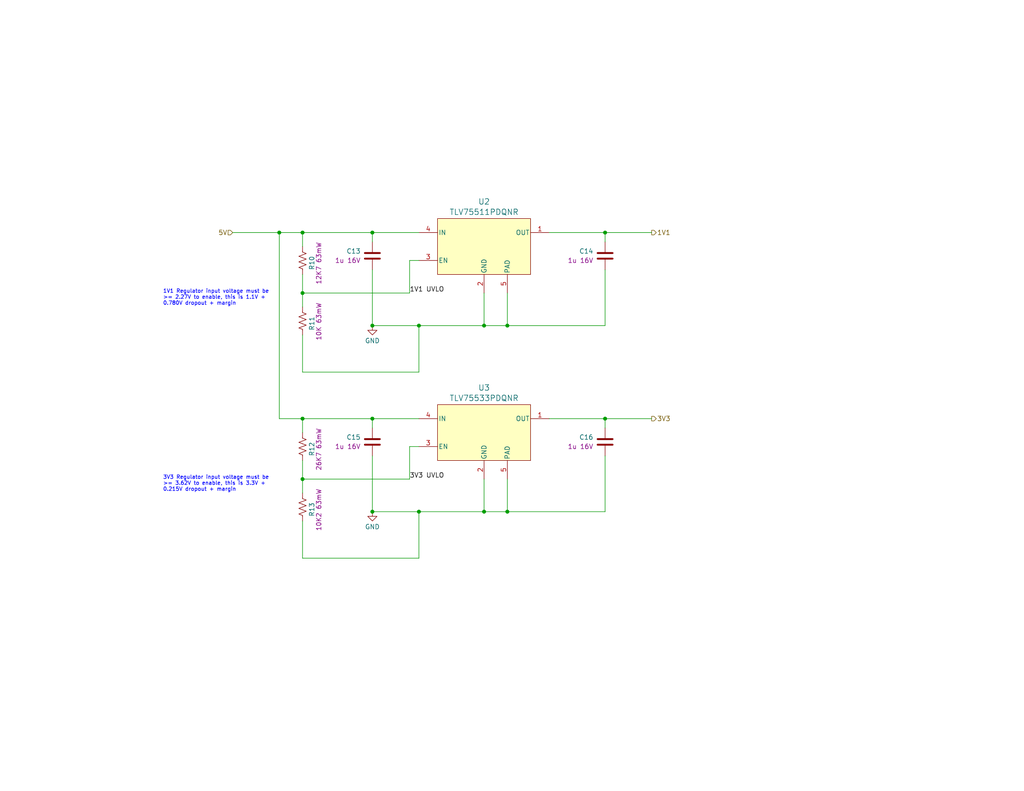
<source format=kicad_sch>
(kicad_sch
	(version 20250114)
	(generator "eeschema")
	(generator_version "9.0")
	(uuid "143e49f0-97db-4520-8c67-6e7abfe3d72c")
	(paper "USLetter")
	(title_block
		(title "1026 RPi Power Hat")
		(date "2025-04-11")
		(rev "1")
		(company "Dan Wilson")
		(comment 1 "Copyright © 2025 Dan Wilson")
		(comment 4 "Linear Regulators")
	)
	(lib_symbols
		(symbol "DW_Semiconductors:[U] TI LDO Regulator TLV75511PDQNR"
			(pin_names
				(offset 0.254)
			)
			(exclude_from_sim no)
			(in_bom yes)
			(on_board yes)
			(property "Reference" "U"
				(at 0 12.7 0)
				(effects
					(font
						(size 1.524 1.524)
					)
				)
			)
			(property "Value" "TLV75511PDQNR"
				(at 0 10.16 0)
				(effects
					(font
						(size 1.524 1.524)
					)
				)
			)
			(property "Footprint" "DW_Semiconductors:[U] TI LDO Regulator TLV755 DQN"
				(at 0 -21.59 0)
				(effects
					(font
						(size 1.27 1.27)
						(italic yes)
					)
					(hide yes)
				)
			)
			(property "Datasheet" "https://www.ti.com/lit/gpn/tlv755p"
				(at 0 -24.13 0)
				(effects
					(font
						(size 1.27 1.27)
						(italic yes)
					)
					(hide yes)
				)
			)
			(property "Description" "LDO Voltage Regulators 500-mA high-PSRR low -IQ low-dropout"
				(at 0 -29.21 0)
				(effects
					(font
						(size 1.27 1.27)
					)
					(hide yes)
				)
			)
			(property "Height" "0.4"
				(at 0 -26.67 0)
				(effects
					(font
						(size 1.27 1.27)
					)
					(hide yes)
				)
			)
			(property "Manufacturer_Name" "Texas Instruments"
				(at 0 -34.29 0)
				(effects
					(font
						(size 1.27 1.27)
					)
					(hide yes)
				)
			)
			(property "Manufacturer_Part_Number" "TLV75511PDQNR"
				(at 0 -31.75 0)
				(effects
					(font
						(size 1.27 1.27)
					)
					(hide yes)
				)
			)
			(property "Mouser Part Number" "595-TLV75511PDQNR"
				(at 0 -36.83 0)
				(effects
					(font
						(size 1.27 1.27)
					)
					(hide yes)
				)
			)
			(property "Mouser Price/Stock" "https://www.mouser.com/ProductDetail/Texas-Instruments/TLV75511PDQNR?qs=w%2Fv1CP2dgqp0zobivtVyXQ%3D%3D"
				(at 0 -39.37 0)
				(effects
					(font
						(size 1.27 1.27)
					)
					(hide yes)
				)
			)
			(property "Spec" "0.5A 1.1V Output LDO"
				(at 0 -41.91 0)
				(effects
					(font
						(size 1.27 1.27)
					)
					(hide yes)
				)
			)
			(property "ki_keywords" "LDO Voltage Regulators 500-mA high-PSRR low -IQ low-dropout"
				(at 0 0 0)
				(effects
					(font
						(size 1.27 1.27)
					)
					(hide yes)
				)
			)
			(property "ki_fp_filters" "DQN0004A"
				(at 0 0 0)
				(effects
					(font
						(size 1.27 1.27)
					)
					(hide yes)
				)
			)
			(symbol "[U] TI LDO Regulator TLV75511PDQNR_0_1"
				(pin passive line
					(at -17.78 3.81 0)
					(length 5.08)
					(name "IN"
						(effects
							(font
								(size 1.27 1.27)
							)
						)
					)
					(number "4"
						(effects
							(font
								(size 1.27 1.27)
							)
						)
					)
				)
				(pin passive line
					(at -17.78 -3.81 0)
					(length 5.08)
					(name "EN"
						(effects
							(font
								(size 1.27 1.27)
							)
						)
					)
					(number "3"
						(effects
							(font
								(size 1.27 1.27)
							)
						)
					)
				)
				(pin passive line
					(at 0 -12.7 90)
					(length 5.08)
					(name "GND"
						(effects
							(font
								(size 1.27 1.27)
							)
						)
					)
					(number "2"
						(effects
							(font
								(size 1.27 1.27)
							)
						)
					)
				)
				(pin passive line
					(at 6.35 -12.7 90)
					(length 5.08)
					(name "PAD"
						(effects
							(font
								(size 1.27 1.27)
							)
						)
					)
					(number "5"
						(effects
							(font
								(size 1.27 1.27)
							)
						)
					)
				)
				(pin passive line
					(at 17.78 3.81 180)
					(length 5.08)
					(name "OUT"
						(effects
							(font
								(size 1.27 1.27)
							)
						)
					)
					(number "1"
						(effects
							(font
								(size 1.27 1.27)
							)
						)
					)
				)
			)
			(symbol "[U] TI LDO Regulator TLV75511PDQNR_1_1"
				(rectangle
					(start -12.7 7.62)
					(end 12.7 -7.62)
					(stroke
						(width 0)
						(type solid)
					)
					(fill
						(type background)
					)
				)
			)
			(embedded_fonts no)
		)
		(symbol "DW_Semiconductors:[U] TI LDO Regulator TLV75533PDQNR"
			(pin_names
				(offset 0.254)
			)
			(exclude_from_sim no)
			(in_bom yes)
			(on_board yes)
			(property "Reference" "U"
				(at 0 12.7 0)
				(effects
					(font
						(size 1.524 1.524)
					)
				)
			)
			(property "Value" "TLV75533PDQNR"
				(at 0 10.16 0)
				(effects
					(font
						(size 1.524 1.524)
					)
				)
			)
			(property "Footprint" "DW_Semiconductors:[U] TI LDO Regulator TLV755 DQN"
				(at 0 -21.59 0)
				(effects
					(font
						(size 1.27 1.27)
						(italic yes)
					)
					(hide yes)
				)
			)
			(property "Datasheet" "https://www.ti.com/lit/gpn/tlv755p"
				(at 0 -24.13 0)
				(effects
					(font
						(size 1.27 1.27)
						(italic yes)
					)
					(hide yes)
				)
			)
			(property "Description" "LDO Voltage Regulators 500-mA high-PSRR low -IQ low-dropout"
				(at 0 -29.21 0)
				(effects
					(font
						(size 1.27 1.27)
					)
					(hide yes)
				)
			)
			(property "Height" "0.4"
				(at 0 -26.67 0)
				(effects
					(font
						(size 1.27 1.27)
					)
					(hide yes)
				)
			)
			(property "Manufacturer_Name" "Texas Instruments"
				(at 0 -34.29 0)
				(effects
					(font
						(size 1.27 1.27)
					)
					(hide yes)
				)
			)
			(property "Manufacturer_Part_Number" "TLV75533PDQNR"
				(at 0 -31.75 0)
				(effects
					(font
						(size 1.27 1.27)
					)
					(hide yes)
				)
			)
			(property "Mouser Part Number" "595-TLV75533PDQNR"
				(at 0 -36.83 0)
				(effects
					(font
						(size 1.27 1.27)
					)
					(hide yes)
				)
			)
			(property "Mouser Price/Stock" "https://www.mouser.com/ProductDetail/Texas-Instruments/TLV75533PDQNR?qs=55YtniHzbhD4SvMoS6ilhA%3D%3D"
				(at 0 -39.37 0)
				(effects
					(font
						(size 1.27 1.27)
					)
					(hide yes)
				)
			)
			(property "Spec" "0.5A 3.3V Output LDO"
				(at 0 -41.91 0)
				(effects
					(font
						(size 1.27 1.27)
					)
					(hide yes)
				)
			)
			(property "ki_keywords" "LDO Voltage Regulators 500-mA high-PSRR low -IQ low-dropout"
				(at 0 0 0)
				(effects
					(font
						(size 1.27 1.27)
					)
					(hide yes)
				)
			)
			(property "ki_fp_filters" "DQN0004A"
				(at 0 0 0)
				(effects
					(font
						(size 1.27 1.27)
					)
					(hide yes)
				)
			)
			(symbol "[U] TI LDO Regulator TLV75533PDQNR_0_1"
				(pin passive line
					(at -17.78 3.81 0)
					(length 5.08)
					(name "IN"
						(effects
							(font
								(size 1.27 1.27)
							)
						)
					)
					(number "4"
						(effects
							(font
								(size 1.27 1.27)
							)
						)
					)
				)
				(pin passive line
					(at -17.78 -3.81 0)
					(length 5.08)
					(name "EN"
						(effects
							(font
								(size 1.27 1.27)
							)
						)
					)
					(number "3"
						(effects
							(font
								(size 1.27 1.27)
							)
						)
					)
				)
				(pin passive line
					(at 0 -12.7 90)
					(length 5.08)
					(name "GND"
						(effects
							(font
								(size 1.27 1.27)
							)
						)
					)
					(number "2"
						(effects
							(font
								(size 1.27 1.27)
							)
						)
					)
				)
				(pin passive line
					(at 6.35 -12.7 90)
					(length 5.08)
					(name "PAD"
						(effects
							(font
								(size 1.27 1.27)
							)
						)
					)
					(number "5"
						(effects
							(font
								(size 1.27 1.27)
							)
						)
					)
				)
				(pin passive line
					(at 17.78 3.81 180)
					(length 5.08)
					(name "OUT"
						(effects
							(font
								(size 1.27 1.27)
							)
						)
					)
					(number "1"
						(effects
							(font
								(size 1.27 1.27)
							)
						)
					)
				)
			)
			(symbol "[U] TI LDO Regulator TLV75533PDQNR_1_1"
				(rectangle
					(start -12.7 7.62)
					(end 12.7 -7.62)
					(stroke
						(width 0)
						(type solid)
					)
					(fill
						(type background)
					)
				)
			)
			(embedded_fonts no)
		)
		(symbol "Device:C"
			(pin_numbers
				(hide yes)
			)
			(pin_names
				(offset 0.254)
			)
			(exclude_from_sim no)
			(in_bom yes)
			(on_board yes)
			(property "Reference" "C"
				(at 0.635 2.54 0)
				(effects
					(font
						(size 1.27 1.27)
					)
					(justify left)
				)
			)
			(property "Value" "C"
				(at 0.635 -2.54 0)
				(effects
					(font
						(size 1.27 1.27)
					)
					(justify left)
				)
			)
			(property "Footprint" ""
				(at 0.9652 -3.81 0)
				(effects
					(font
						(size 1.27 1.27)
					)
					(hide yes)
				)
			)
			(property "Datasheet" "~"
				(at 0 0 0)
				(effects
					(font
						(size 1.27 1.27)
					)
					(hide yes)
				)
			)
			(property "Description" "Unpolarized capacitor"
				(at 0 0 0)
				(effects
					(font
						(size 1.27 1.27)
					)
					(hide yes)
				)
			)
			(property "ki_keywords" "cap capacitor"
				(at 0 0 0)
				(effects
					(font
						(size 1.27 1.27)
					)
					(hide yes)
				)
			)
			(property "ki_fp_filters" "C_*"
				(at 0 0 0)
				(effects
					(font
						(size 1.27 1.27)
					)
					(hide yes)
				)
			)
			(symbol "C_0_1"
				(polyline
					(pts
						(xy -2.032 0.762) (xy 2.032 0.762)
					)
					(stroke
						(width 0.508)
						(type default)
					)
					(fill
						(type none)
					)
				)
				(polyline
					(pts
						(xy -2.032 -0.762) (xy 2.032 -0.762)
					)
					(stroke
						(width 0.508)
						(type default)
					)
					(fill
						(type none)
					)
				)
			)
			(symbol "C_1_1"
				(pin passive line
					(at 0 3.81 270)
					(length 2.794)
					(name "~"
						(effects
							(font
								(size 1.27 1.27)
							)
						)
					)
					(number "1"
						(effects
							(font
								(size 1.27 1.27)
							)
						)
					)
				)
				(pin passive line
					(at 0 -3.81 90)
					(length 2.794)
					(name "~"
						(effects
							(font
								(size 1.27 1.27)
							)
						)
					)
					(number "2"
						(effects
							(font
								(size 1.27 1.27)
							)
						)
					)
				)
			)
			(embedded_fonts no)
		)
		(symbol "Device:R_US"
			(pin_numbers
				(hide yes)
			)
			(pin_names
				(offset 0)
			)
			(exclude_from_sim no)
			(in_bom yes)
			(on_board yes)
			(property "Reference" "R"
				(at 2.54 0 90)
				(effects
					(font
						(size 1.27 1.27)
					)
				)
			)
			(property "Value" "R_US"
				(at -2.54 0 90)
				(effects
					(font
						(size 1.27 1.27)
					)
				)
			)
			(property "Footprint" ""
				(at 1.016 -0.254 90)
				(effects
					(font
						(size 1.27 1.27)
					)
					(hide yes)
				)
			)
			(property "Datasheet" "~"
				(at 0 0 0)
				(effects
					(font
						(size 1.27 1.27)
					)
					(hide yes)
				)
			)
			(property "Description" "Resistor, US symbol"
				(at 0 0 0)
				(effects
					(font
						(size 1.27 1.27)
					)
					(hide yes)
				)
			)
			(property "ki_keywords" "R res resistor"
				(at 0 0 0)
				(effects
					(font
						(size 1.27 1.27)
					)
					(hide yes)
				)
			)
			(property "ki_fp_filters" "R_*"
				(at 0 0 0)
				(effects
					(font
						(size 1.27 1.27)
					)
					(hide yes)
				)
			)
			(symbol "R_US_0_1"
				(polyline
					(pts
						(xy 0 2.286) (xy 0 2.54)
					)
					(stroke
						(width 0)
						(type default)
					)
					(fill
						(type none)
					)
				)
				(polyline
					(pts
						(xy 0 2.286) (xy 1.016 1.905) (xy 0 1.524) (xy -1.016 1.143) (xy 0 0.762)
					)
					(stroke
						(width 0)
						(type default)
					)
					(fill
						(type none)
					)
				)
				(polyline
					(pts
						(xy 0 0.762) (xy 1.016 0.381) (xy 0 0) (xy -1.016 -0.381) (xy 0 -0.762)
					)
					(stroke
						(width 0)
						(type default)
					)
					(fill
						(type none)
					)
				)
				(polyline
					(pts
						(xy 0 -0.762) (xy 1.016 -1.143) (xy 0 -1.524) (xy -1.016 -1.905) (xy 0 -2.286)
					)
					(stroke
						(width 0)
						(type default)
					)
					(fill
						(type none)
					)
				)
				(polyline
					(pts
						(xy 0 -2.286) (xy 0 -2.54)
					)
					(stroke
						(width 0)
						(type default)
					)
					(fill
						(type none)
					)
				)
			)
			(symbol "R_US_1_1"
				(pin passive line
					(at 0 3.81 270)
					(length 1.27)
					(name "~"
						(effects
							(font
								(size 1.27 1.27)
							)
						)
					)
					(number "1"
						(effects
							(font
								(size 1.27 1.27)
							)
						)
					)
				)
				(pin passive line
					(at 0 -3.81 90)
					(length 1.27)
					(name "~"
						(effects
							(font
								(size 1.27 1.27)
							)
						)
					)
					(number "2"
						(effects
							(font
								(size 1.27 1.27)
							)
						)
					)
				)
			)
			(embedded_fonts no)
		)
		(symbol "power:GND"
			(power)
			(pin_numbers
				(hide yes)
			)
			(pin_names
				(offset 0)
				(hide yes)
			)
			(exclude_from_sim no)
			(in_bom yes)
			(on_board yes)
			(property "Reference" "#PWR"
				(at 0 -6.35 0)
				(effects
					(font
						(size 1.27 1.27)
					)
					(hide yes)
				)
			)
			(property "Value" "GND"
				(at 0 -3.81 0)
				(effects
					(font
						(size 1.27 1.27)
					)
				)
			)
			(property "Footprint" ""
				(at 0 0 0)
				(effects
					(font
						(size 1.27 1.27)
					)
					(hide yes)
				)
			)
			(property "Datasheet" ""
				(at 0 0 0)
				(effects
					(font
						(size 1.27 1.27)
					)
					(hide yes)
				)
			)
			(property "Description" "Power symbol creates a global label with name \"GND\" , ground"
				(at 0 0 0)
				(effects
					(font
						(size 1.27 1.27)
					)
					(hide yes)
				)
			)
			(property "ki_keywords" "global power"
				(at 0 0 0)
				(effects
					(font
						(size 1.27 1.27)
					)
					(hide yes)
				)
			)
			(symbol "GND_0_1"
				(polyline
					(pts
						(xy 0 0) (xy 0 -1.27) (xy 1.27 -1.27) (xy 0 -2.54) (xy -1.27 -1.27) (xy 0 -1.27)
					)
					(stroke
						(width 0)
						(type default)
					)
					(fill
						(type none)
					)
				)
			)
			(symbol "GND_1_1"
				(pin power_in line
					(at 0 0 270)
					(length 0)
					(name "~"
						(effects
							(font
								(size 1.27 1.27)
							)
						)
					)
					(number "1"
						(effects
							(font
								(size 1.27 1.27)
							)
						)
					)
				)
			)
			(embedded_fonts no)
		)
	)
	(text "3V3 Regulator input voltage must be\n>= 3.62V to enable, this is 3.3V +\n0.215V dropout + margin"
		(exclude_from_sim no)
		(at 44.45 132.08 0)
		(effects
			(font
				(size 1.016 1.016)
				(color 0 0 255 1)
			)
			(justify left)
		)
		(uuid "07f62543-aebf-45e6-b308-e106dd6fdeaa")
	)
	(text "1V1 Regulator input voltage must be\n>= 2.27V to enable, this is 1.1V +\n0.780V dropout + margin"
		(exclude_from_sim no)
		(at 44.45 81.28 0)
		(effects
			(font
				(size 1.016 1.016)
				(color 0 0 255 1)
			)
			(justify left)
		)
		(uuid "3da4c37a-7f88-4df4-8e40-d41c63407ddd")
	)
	(junction
		(at 132.08 139.7)
		(diameter 0)
		(color 0 0 0 0)
		(uuid "188bdf67-a9db-4273-ac3a-3f38b7812859")
	)
	(junction
		(at 101.6 63.5)
		(diameter 0)
		(color 0 0 0 0)
		(uuid "224c9397-47fe-46b8-86a1-04e26024b0c4")
	)
	(junction
		(at 82.55 63.5)
		(diameter 0)
		(color 0 0 0 0)
		(uuid "3a8dcdc6-7e99-440d-b93b-2b1c937414fb")
	)
	(junction
		(at 82.55 80.01)
		(diameter 0)
		(color 0 0 0 0)
		(uuid "66f70923-31c8-40d0-88e2-38d387d6eac2")
	)
	(junction
		(at 101.6 114.3)
		(diameter 0)
		(color 0 0 0 0)
		(uuid "77cdf6b2-b43c-4fe5-a3e3-b3105a25c915")
	)
	(junction
		(at 114.3 139.7)
		(diameter 0)
		(color 0 0 0 0)
		(uuid "99f059ef-137d-48f8-98bb-0a8a7a7ffa76")
	)
	(junction
		(at 101.6 139.7)
		(diameter 0)
		(color 0 0 0 0)
		(uuid "a2e775a2-5a0f-4041-ab2f-d1d9cf8499d3")
	)
	(junction
		(at 138.43 88.9)
		(diameter 0)
		(color 0 0 0 0)
		(uuid "a407de4b-d34a-4365-a02b-1482f1143f18")
	)
	(junction
		(at 165.1 63.5)
		(diameter 0)
		(color 0 0 0 0)
		(uuid "af54280b-c22c-4040-b774-e3a3f658f914")
	)
	(junction
		(at 82.55 114.3)
		(diameter 0)
		(color 0 0 0 0)
		(uuid "be344837-c72b-493b-88d1-c8fd9136700e")
	)
	(junction
		(at 82.55 130.81)
		(diameter 0)
		(color 0 0 0 0)
		(uuid "bf1f0373-db0d-4b44-bd3a-87a1543d2aef")
	)
	(junction
		(at 76.2 63.5)
		(diameter 0)
		(color 0 0 0 0)
		(uuid "ca014300-2f04-4958-8be4-92c488db81e6")
	)
	(junction
		(at 132.08 88.9)
		(diameter 0)
		(color 0 0 0 0)
		(uuid "cc73a715-2339-439c-8aa9-b06c6b6be3c6")
	)
	(junction
		(at 165.1 114.3)
		(diameter 0)
		(color 0 0 0 0)
		(uuid "d6172caa-fdea-4c47-a90d-724ac5cbf072")
	)
	(junction
		(at 101.6 88.9)
		(diameter 0)
		(color 0 0 0 0)
		(uuid "de58b687-ca5c-4525-bf8b-b0c9b792ddd5")
	)
	(junction
		(at 114.3 88.9)
		(diameter 0)
		(color 0 0 0 0)
		(uuid "dfe5c9bb-e0ae-4b73-8314-d8fcd7e5f3d4")
	)
	(junction
		(at 138.43 139.7)
		(diameter 0)
		(color 0 0 0 0)
		(uuid "e4ffd7d3-8c30-4bb8-a377-2ac0b0239939")
	)
	(wire
		(pts
			(xy 111.76 80.01) (xy 111.76 71.12)
		)
		(stroke
			(width 0)
			(type default)
		)
		(uuid "0280f0c7-75b0-4998-80db-a0fa24637c49")
	)
	(wire
		(pts
			(xy 82.55 80.01) (xy 111.76 80.01)
		)
		(stroke
			(width 0)
			(type default)
		)
		(uuid "0f321f6a-328c-4340-b973-c0cd5ddab7c6")
	)
	(wire
		(pts
			(xy 82.55 142.24) (xy 82.55 152.4)
		)
		(stroke
			(width 0)
			(type default)
		)
		(uuid "13a201e4-078b-4c92-9ddf-ddd4f81bec2e")
	)
	(wire
		(pts
			(xy 138.43 139.7) (xy 138.43 130.81)
		)
		(stroke
			(width 0)
			(type default)
		)
		(uuid "15d8b87e-f5ea-4bf8-ad62-cfe46dfd4ba6")
	)
	(wire
		(pts
			(xy 165.1 63.5) (xy 177.8 63.5)
		)
		(stroke
			(width 0)
			(type default)
		)
		(uuid "16611115-c6f6-4583-90f3-3c5dd8db3e42")
	)
	(wire
		(pts
			(xy 82.55 125.73) (xy 82.55 130.81)
		)
		(stroke
			(width 0)
			(type default)
		)
		(uuid "271967e4-fd1e-47f8-b79c-5e255b09ee08")
	)
	(wire
		(pts
			(xy 76.2 63.5) (xy 82.55 63.5)
		)
		(stroke
			(width 0)
			(type default)
		)
		(uuid "2c0e5688-f752-4d37-8f1a-8bc1fee13a8a")
	)
	(wire
		(pts
			(xy 82.55 63.5) (xy 82.55 67.31)
		)
		(stroke
			(width 0)
			(type default)
		)
		(uuid "30eadb42-f977-42c0-874b-bbb387531f9b")
	)
	(wire
		(pts
			(xy 138.43 139.7) (xy 165.1 139.7)
		)
		(stroke
			(width 0)
			(type default)
		)
		(uuid "3869db0c-8a77-4606-9473-ccf0073977cf")
	)
	(wire
		(pts
			(xy 132.08 88.9) (xy 132.08 80.01)
		)
		(stroke
			(width 0)
			(type default)
		)
		(uuid "3e130fb3-dbdb-4043-97ac-8d6640fcc61d")
	)
	(wire
		(pts
			(xy 111.76 130.81) (xy 111.76 121.92)
		)
		(stroke
			(width 0)
			(type default)
		)
		(uuid "3f57baf9-6b7a-4dc7-baf5-37a2fe36b7c8")
	)
	(wire
		(pts
			(xy 149.86 63.5) (xy 165.1 63.5)
		)
		(stroke
			(width 0)
			(type default)
		)
		(uuid "40adf111-1925-4d78-b101-4c9947ec3301")
	)
	(wire
		(pts
			(xy 132.08 88.9) (xy 138.43 88.9)
		)
		(stroke
			(width 0)
			(type default)
		)
		(uuid "47ba1d9e-13c8-4d6f-b5f0-52d290d332df")
	)
	(wire
		(pts
			(xy 82.55 101.6) (xy 114.3 101.6)
		)
		(stroke
			(width 0)
			(type default)
		)
		(uuid "5539b20d-4dd5-454b-b2d4-311a4aa04a51")
	)
	(wire
		(pts
			(xy 101.6 63.5) (xy 101.6 66.04)
		)
		(stroke
			(width 0)
			(type default)
		)
		(uuid "55bdbcb4-1768-4097-a7a3-81562c6a3a1e")
	)
	(wire
		(pts
			(xy 63.5 63.5) (xy 76.2 63.5)
		)
		(stroke
			(width 0)
			(type default)
		)
		(uuid "56539e4c-00a2-4d1c-87db-7677de7b46f1")
	)
	(wire
		(pts
			(xy 101.6 124.46) (xy 101.6 139.7)
		)
		(stroke
			(width 0)
			(type default)
		)
		(uuid "568764a0-9240-44de-b8f0-74e4b6a6c2cd")
	)
	(wire
		(pts
			(xy 82.55 152.4) (xy 114.3 152.4)
		)
		(stroke
			(width 0)
			(type default)
		)
		(uuid "5a5f037c-3a9b-4978-8267-8ba294eb16d9")
	)
	(wire
		(pts
			(xy 138.43 88.9) (xy 165.1 88.9)
		)
		(stroke
			(width 0)
			(type default)
		)
		(uuid "5d2a1432-bce2-407c-b39d-e1e56149935d")
	)
	(wire
		(pts
			(xy 101.6 139.7) (xy 114.3 139.7)
		)
		(stroke
			(width 0)
			(type default)
		)
		(uuid "5de67bb9-94e2-43e4-be3b-72713d7a1409")
	)
	(wire
		(pts
			(xy 101.6 63.5) (xy 114.3 63.5)
		)
		(stroke
			(width 0)
			(type default)
		)
		(uuid "5df2c560-38de-4341-aa6b-13730e03c50b")
	)
	(wire
		(pts
			(xy 114.3 139.7) (xy 132.08 139.7)
		)
		(stroke
			(width 0)
			(type default)
		)
		(uuid "620ec7aa-8957-4e58-8d43-9177565afb9f")
	)
	(wire
		(pts
			(xy 101.6 114.3) (xy 101.6 116.84)
		)
		(stroke
			(width 0)
			(type default)
		)
		(uuid "6a8832e4-13ac-4574-8872-23715f7291e6")
	)
	(wire
		(pts
			(xy 165.1 139.7) (xy 165.1 124.46)
		)
		(stroke
			(width 0)
			(type default)
		)
		(uuid "78101026-38e1-4fc3-92d8-ca6e5878f9ec")
	)
	(wire
		(pts
			(xy 111.76 121.92) (xy 114.3 121.92)
		)
		(stroke
			(width 0)
			(type default)
		)
		(uuid "7c8682c8-c5ca-431b-8555-982c3f617aa6")
	)
	(wire
		(pts
			(xy 82.55 130.81) (xy 111.76 130.81)
		)
		(stroke
			(width 0)
			(type default)
		)
		(uuid "8707851b-600a-4e71-a51b-c50d32a9b55e")
	)
	(wire
		(pts
			(xy 82.55 74.93) (xy 82.55 80.01)
		)
		(stroke
			(width 0)
			(type default)
		)
		(uuid "8830e8ee-d24b-4e8b-ac09-b905183083b2")
	)
	(wire
		(pts
			(xy 138.43 88.9) (xy 138.43 80.01)
		)
		(stroke
			(width 0)
			(type default)
		)
		(uuid "9044fe97-4d6f-40e9-b776-ec8a0e5e5702")
	)
	(wire
		(pts
			(xy 101.6 88.9) (xy 114.3 88.9)
		)
		(stroke
			(width 0)
			(type default)
		)
		(uuid "967b3ca8-bea9-47f9-92e9-5cf9ce5f7d7a")
	)
	(wire
		(pts
			(xy 82.55 91.44) (xy 82.55 101.6)
		)
		(stroke
			(width 0)
			(type default)
		)
		(uuid "9797e979-3877-4e0b-9ffc-b44f4617b5a9")
	)
	(wire
		(pts
			(xy 165.1 114.3) (xy 165.1 116.84)
		)
		(stroke
			(width 0)
			(type default)
		)
		(uuid "9ea89a52-26b3-4a40-b1a0-e6b9ba8fa6d9")
	)
	(wire
		(pts
			(xy 111.76 71.12) (xy 114.3 71.12)
		)
		(stroke
			(width 0)
			(type default)
		)
		(uuid "9f46e7ec-6954-4542-aeb4-8682e47d6daa")
	)
	(wire
		(pts
			(xy 149.86 114.3) (xy 165.1 114.3)
		)
		(stroke
			(width 0)
			(type default)
		)
		(uuid "a5d37dcb-518a-444c-a458-edf78bc4647c")
	)
	(wire
		(pts
			(xy 132.08 139.7) (xy 132.08 130.81)
		)
		(stroke
			(width 0)
			(type default)
		)
		(uuid "a80170f2-7dbd-493b-97bb-361cf7e44c9c")
	)
	(wire
		(pts
			(xy 132.08 139.7) (xy 138.43 139.7)
		)
		(stroke
			(width 0)
			(type default)
		)
		(uuid "a93308ae-86c6-4e5f-862e-39fe0e9914d3")
	)
	(wire
		(pts
			(xy 76.2 114.3) (xy 82.55 114.3)
		)
		(stroke
			(width 0)
			(type default)
		)
		(uuid "afc26aff-acb3-4aad-b4c8-9de0ad396451")
	)
	(wire
		(pts
			(xy 82.55 130.81) (xy 82.55 134.62)
		)
		(stroke
			(width 0)
			(type default)
		)
		(uuid "afcc969e-ef71-4e52-91c8-d0d9c393530e")
	)
	(wire
		(pts
			(xy 165.1 63.5) (xy 165.1 66.04)
		)
		(stroke
			(width 0)
			(type default)
		)
		(uuid "b7e661e8-3dbf-4791-adca-cf3ebfd26c97")
	)
	(wire
		(pts
			(xy 114.3 101.6) (xy 114.3 88.9)
		)
		(stroke
			(width 0)
			(type default)
		)
		(uuid "b98efc01-9ac0-4633-898e-9cba4166598d")
	)
	(wire
		(pts
			(xy 114.3 88.9) (xy 132.08 88.9)
		)
		(stroke
			(width 0)
			(type default)
		)
		(uuid "c5520f48-4fdf-4c0d-86e0-52ef13ad07a5")
	)
	(wire
		(pts
			(xy 82.55 114.3) (xy 101.6 114.3)
		)
		(stroke
			(width 0)
			(type default)
		)
		(uuid "c90bd4f3-1234-48ac-8ab9-b91b628b6039")
	)
	(wire
		(pts
			(xy 114.3 152.4) (xy 114.3 139.7)
		)
		(stroke
			(width 0)
			(type default)
		)
		(uuid "d75ea564-8a18-4303-8989-54d8de38ca25")
	)
	(wire
		(pts
			(xy 82.55 80.01) (xy 82.55 83.82)
		)
		(stroke
			(width 0)
			(type default)
		)
		(uuid "dd30f673-9997-40c1-9114-051363ca865c")
	)
	(wire
		(pts
			(xy 165.1 88.9) (xy 165.1 73.66)
		)
		(stroke
			(width 0)
			(type default)
		)
		(uuid "e0b46723-16c4-4da0-b18d-646816bf0ab2")
	)
	(wire
		(pts
			(xy 165.1 114.3) (xy 177.8 114.3)
		)
		(stroke
			(width 0)
			(type default)
		)
		(uuid "e74b1493-04b6-4a37-bdfb-188e05574889")
	)
	(wire
		(pts
			(xy 82.55 63.5) (xy 101.6 63.5)
		)
		(stroke
			(width 0)
			(type default)
		)
		(uuid "ef54426b-be24-4cbc-820c-aad33062d870")
	)
	(wire
		(pts
			(xy 82.55 114.3) (xy 82.55 118.11)
		)
		(stroke
			(width 0)
			(type default)
		)
		(uuid "efd65401-e550-4574-9eca-b099d2f9685c")
	)
	(wire
		(pts
			(xy 76.2 63.5) (xy 76.2 114.3)
		)
		(stroke
			(width 0)
			(type default)
		)
		(uuid "f00d218e-bd58-4d66-b3a6-70aeb516c4ec")
	)
	(wire
		(pts
			(xy 101.6 114.3) (xy 114.3 114.3)
		)
		(stroke
			(width 0)
			(type default)
		)
		(uuid "f59de643-8f44-4f91-8839-c5878407b061")
	)
	(wire
		(pts
			(xy 101.6 73.66) (xy 101.6 88.9)
		)
		(stroke
			(width 0)
			(type default)
		)
		(uuid "f5d6033b-8a91-47d1-8138-030a9454192c")
	)
	(label "3V3 UVLO"
		(at 111.76 130.81 0)
		(effects
			(font
				(size 1.27 1.27)
			)
			(justify left bottom)
		)
		(uuid "1ad1cc3e-7db5-4213-aa90-8bf1ec09c12c")
	)
	(label "1V1 UVLO"
		(at 111.76 80.01 0)
		(effects
			(font
				(size 1.27 1.27)
			)
			(justify left bottom)
		)
		(uuid "84daae14-be5e-44a9-b820-210d1c2cfe14")
	)
	(hierarchical_label "1V1"
		(shape output)
		(at 177.8 63.5 0)
		(effects
			(font
				(size 1.27 1.27)
			)
			(justify left)
		)
		(uuid "55a28f14-1c5c-447d-bab0-356a7a9f3a4e")
	)
	(hierarchical_label "5V"
		(shape input)
		(at 63.5 63.5 180)
		(effects
			(font
				(size 1.27 1.27)
			)
			(justify right)
		)
		(uuid "71f105cf-66a3-46c2-84bd-9e6bc92ac8a2")
	)
	(hierarchical_label "3V3"
		(shape output)
		(at 177.8 114.3 0)
		(effects
			(font
				(size 1.27 1.27)
			)
			(justify left)
		)
		(uuid "f0b78580-ccbd-4454-a565-d561a4eee5e6")
	)
	(symbol
		(lib_id "Device:C")
		(at 165.1 69.85 0)
		(unit 1)
		(exclude_from_sim no)
		(in_bom yes)
		(on_board yes)
		(dnp no)
		(uuid "21e983cf-f0ad-4123-a58a-5967c8046bf8")
		(property "Reference" "C14"
			(at 161.925 68.58 0)
			(effects
				(font
					(size 1.27 1.27)
				)
				(justify right)
			)
		)
		(property "Value" "GCM188R71C105KA64J"
			(at 168.021 71.0621 0)
			(effects
				(font
					(size 1.27 1.27)
				)
				(justify left)
				(hide yes)
			)
		)
		(property "Footprint" "Capacitor_SMD:C_0603_1608Metric"
			(at 166.0652 73.66 0)
			(effects
				(font
					(size 1.27 1.27)
				)
				(hide yes)
			)
		)
		(property "Datasheet" "https://www.mouser.com/datasheet/2/281/1/GCM188R71C105KA64_04A-3143889.pdf"
			(at 165.1 69.85 0)
			(effects
				(font
					(size 1.27 1.27)
				)
				(hide yes)
			)
		)
		(property "Description" "Vcc Capacitor"
			(at 165.1 69.85 0)
			(effects
				(font
					(size 1.27 1.27)
				)
				(hide yes)
			)
		)
		(property "Height" "0.9"
			(at 165.1 69.85 0)
			(effects
				(font
					(size 1.27 1.27)
				)
				(hide yes)
			)
		)
		(property "Manufacturer_Name" "Murata"
			(at 165.1 69.85 0)
			(effects
				(font
					(size 1.27 1.27)
				)
				(hide yes)
			)
		)
		(property "Manufacturer_Part_Number" "GCM188R71C105KA64J"
			(at 165.1 69.85 0)
			(effects
				(font
					(size 1.27 1.27)
				)
				(hide yes)
			)
		)
		(property "Mouser Part Number" "81-GCM188R71C105KA4J"
			(at 165.1 69.85 0)
			(effects
				(font
					(size 1.27 1.27)
				)
				(hide yes)
			)
		)
		(property "Mouser Price/Stock" "https://www.mouser.com/ProductDetail/Murata-Electronics/GCM188R71C105KA64J?qs=4%252BGqC78dy0BN5WaW5TLgXw%3D%3D"
			(at 165.1 69.85 0)
			(effects
				(font
					(size 1.27 1.27)
				)
				(hide yes)
			)
		)
		(property "Spec" "1u 16V"
			(at 161.925 71.12 0)
			(effects
				(font
					(size 1.27 1.27)
				)
				(justify right)
			)
		)
		(pin "1"
			(uuid "0a38a385-f596-48bb-a8eb-74e0e2d2478f")
		)
		(pin "2"
			(uuid "f984c9d9-e8ba-46d8-bf3d-4176f0f0a818")
		)
		(instances
			(project "1026 RPi Power Hat"
				(path "/0e50632e-8a8b-4b7f-ac56-99c7667bb88a/2e00305c-c4bb-4517-9a1d-187684ed8d69"
					(reference "C14")
					(unit 1)
				)
			)
		)
	)
	(symbol
		(lib_id "DW_Semiconductors:[U] TI LDO Regulator TLV75533PDQNR")
		(at 132.08 118.11 0)
		(unit 1)
		(exclude_from_sim no)
		(in_bom yes)
		(on_board yes)
		(dnp no)
		(fields_autoplaced yes)
		(uuid "28b65ac9-7e78-4b76-a7d2-bc9bb54cdcdc")
		(property "Reference" "U3"
			(at 132.08 105.8596 0)
			(effects
				(font
					(size 1.524 1.524)
				)
			)
		)
		(property "Value" "TLV75533PDQNR"
			(at 132.08 108.6925 0)
			(effects
				(font
					(size 1.524 1.524)
				)
			)
		)
		(property "Footprint" "DW_Semiconductors:[U] TI LDO Regulator TLV755 DQN"
			(at 132.08 139.7 0)
			(effects
				(font
					(size 1.27 1.27)
					(italic yes)
				)
				(hide yes)
			)
		)
		(property "Datasheet" "https://www.ti.com/lit/gpn/tlv755p"
			(at 132.08 142.24 0)
			(effects
				(font
					(size 1.27 1.27)
					(italic yes)
				)
				(hide yes)
			)
		)
		(property "Description" "LDO Voltage Regulators 500-mA high-PSRR low -IQ low-dropout"
			(at 132.08 147.32 0)
			(effects
				(font
					(size 1.27 1.27)
				)
				(hide yes)
			)
		)
		(property "Height" "0.4"
			(at 132.08 144.78 0)
			(effects
				(font
					(size 1.27 1.27)
				)
				(hide yes)
			)
		)
		(property "Manufacturer_Name" "Texas Instruments"
			(at 132.08 152.4 0)
			(effects
				(font
					(size 1.27 1.27)
				)
				(hide yes)
			)
		)
		(property "Manufacturer_Part_Number" "TLV75533PDQNR"
			(at 132.08 149.86 0)
			(effects
				(font
					(size 1.27 1.27)
				)
				(hide yes)
			)
		)
		(property "Mouser Part Number" "595-TLV75533PDQNR"
			(at 132.08 154.94 0)
			(effects
				(font
					(size 1.27 1.27)
				)
				(hide yes)
			)
		)
		(property "Mouser Price/Stock" "https://www.mouser.com/ProductDetail/Texas-Instruments/TLV75533PDQNR?qs=55YtniHzbhD4SvMoS6ilhA%3D%3D"
			(at 132.08 157.48 0)
			(effects
				(font
					(size 1.27 1.27)
				)
				(hide yes)
			)
		)
		(property "Spec" "0.5A 3.3V Output LDO"
			(at 132.08 160.02 0)
			(effects
				(font
					(size 1.27 1.27)
				)
				(hide yes)
			)
		)
		(pin "3"
			(uuid "9b963d03-9645-4f3b-bc09-94529250bcac")
		)
		(pin "5"
			(uuid "36288b3c-a954-4347-9a8d-cebcba9c828e")
		)
		(pin "1"
			(uuid "0f38b8a5-2c82-4b31-824a-5a300a7aa574")
		)
		(pin "4"
			(uuid "ff4b33c6-aac5-4a10-9eb4-219abf8c8bd0")
		)
		(pin "2"
			(uuid "eb4514eb-596a-4511-b218-69bc5f2612ee")
		)
		(instances
			(project ""
				(path "/0e50632e-8a8b-4b7f-ac56-99c7667bb88a/2e00305c-c4bb-4517-9a1d-187684ed8d69"
					(reference "U3")
					(unit 1)
				)
			)
		)
	)
	(symbol
		(lib_id "Device:C")
		(at 101.6 69.85 0)
		(unit 1)
		(exclude_from_sim no)
		(in_bom yes)
		(on_board yes)
		(dnp no)
		(uuid "34d9a739-49a4-4558-9fb2-6152639406a6")
		(property "Reference" "C13"
			(at 98.425 68.58 0)
			(effects
				(font
					(size 1.27 1.27)
				)
				(justify right)
			)
		)
		(property "Value" "GCM188R71C105KA64J"
			(at 104.521 71.0621 0)
			(effects
				(font
					(size 1.27 1.27)
				)
				(justify left)
				(hide yes)
			)
		)
		(property "Footprint" "Capacitor_SMD:C_0603_1608Metric"
			(at 102.5652 73.66 0)
			(effects
				(font
					(size 1.27 1.27)
				)
				(hide yes)
			)
		)
		(property "Datasheet" "https://www.mouser.com/datasheet/2/281/1/GCM188R71C105KA64_04A-3143889.pdf"
			(at 101.6 69.85 0)
			(effects
				(font
					(size 1.27 1.27)
				)
				(hide yes)
			)
		)
		(property "Description" "Vcc Capacitor"
			(at 101.6 69.85 0)
			(effects
				(font
					(size 1.27 1.27)
				)
				(hide yes)
			)
		)
		(property "Height" "0.9"
			(at 101.6 69.85 0)
			(effects
				(font
					(size 1.27 1.27)
				)
				(hide yes)
			)
		)
		(property "Manufacturer_Name" "Murata"
			(at 101.6 69.85 0)
			(effects
				(font
					(size 1.27 1.27)
				)
				(hide yes)
			)
		)
		(property "Manufacturer_Part_Number" "GCM188R71C105KA64J"
			(at 101.6 69.85 0)
			(effects
				(font
					(size 1.27 1.27)
				)
				(hide yes)
			)
		)
		(property "Mouser Part Number" "81-GCM188R71C105KA4J"
			(at 101.6 69.85 0)
			(effects
				(font
					(size 1.27 1.27)
				)
				(hide yes)
			)
		)
		(property "Mouser Price/Stock" "https://www.mouser.com/ProductDetail/Murata-Electronics/GCM188R71C105KA64J?qs=4%252BGqC78dy0BN5WaW5TLgXw%3D%3D"
			(at 101.6 69.85 0)
			(effects
				(font
					(size 1.27 1.27)
				)
				(hide yes)
			)
		)
		(property "Spec" "1u 16V"
			(at 98.425 71.12 0)
			(effects
				(font
					(size 1.27 1.27)
				)
				(justify right)
			)
		)
		(pin "1"
			(uuid "cd43ded8-368f-404b-89f4-bbea21ffcf6e")
		)
		(pin "2"
			(uuid "5777cbb9-b23a-44dd-bb91-5ae3bc349214")
		)
		(instances
			(project "1026 RPi Power Hat"
				(path "/0e50632e-8a8b-4b7f-ac56-99c7667bb88a/2e00305c-c4bb-4517-9a1d-187684ed8d69"
					(reference "C13")
					(unit 1)
				)
			)
		)
	)
	(symbol
		(lib_id "Device:R_US")
		(at 82.55 87.63 0)
		(unit 1)
		(exclude_from_sim no)
		(in_bom yes)
		(on_board yes)
		(dnp no)
		(uuid "436e99d9-687a-44c3-ab07-40090f3dd8e4")
		(property "Reference" "R11"
			(at 85.09 86.36 90)
			(effects
				(font
					(size 1.27 1.27)
				)
				(justify right)
			)
		)
		(property "Value" "10K"
			(at 84.201 88.8421 0)
			(effects
				(font
					(size 1.27 1.27)
				)
				(justify left)
				(hide yes)
			)
		)
		(property "Footprint" "Resistor_SMD:R_0402_1005Metric"
			(at 83.566 87.884 90)
			(effects
				(font
					(size 1.27 1.27)
				)
				(hide yes)
			)
		)
		(property "Datasheet" "https://www.vishay.com/docs/28773/crcwce3.pdf"
			(at 82.55 87.63 0)
			(effects
				(font
					(size 1.27 1.27)
				)
				(hide yes)
			)
		)
		(property "Description" "1V1 UVLO Rb"
			(at 82.55 87.63 0)
			(effects
				(font
					(size 1.27 1.27)
				)
				(hide yes)
			)
		)
		(property "Height" "0.35"
			(at 82.55 87.63 0)
			(effects
				(font
					(size 1.27 1.27)
				)
				(hide yes)
			)
		)
		(property "Manufacturer_Name" "Vishay"
			(at 82.55 87.63 0)
			(effects
				(font
					(size 1.27 1.27)
				)
				(hide yes)
			)
		)
		(property "Manufacturer_Part_Number" "CRCW040210K0FKEDC"
			(at 82.55 87.63 0)
			(effects
				(font
					(size 1.27 1.27)
				)
				(hide yes)
			)
		)
		(property "Mouser Part Number" "71-CRCW040210K0FKEDC"
			(at 82.55 87.63 0)
			(effects
				(font
					(size 1.27 1.27)
				)
				(hide yes)
			)
		)
		(property "Mouser Price/Stock" "https://www.mouser.com/ProductDetail/Vishay-Dale/CRCW040210K0FKEDC?qs=sGAEpiMZZMvdGkrng054t0DrEhLhGh8ghRTPC4LoFoV0V5heIyAs3Q%3D%3D"
			(at 82.55 87.63 0)
			(effects
				(font
					(size 1.27 1.27)
				)
				(hide yes)
			)
		)
		(property "Spec" "10K 63mW"
			(at 86.995 82.55 90)
			(effects
				(font
					(size 1.27 1.27)
				)
				(justify right)
			)
		)
		(pin "1"
			(uuid "62ee54ad-a016-451f-aed1-3af28644ab67")
		)
		(pin "2"
			(uuid "4e968944-4208-4a5e-850f-780e27af9810")
		)
		(instances
			(project "1026 RPi Power Hat"
				(path "/0e50632e-8a8b-4b7f-ac56-99c7667bb88a/2e00305c-c4bb-4517-9a1d-187684ed8d69"
					(reference "R11")
					(unit 1)
				)
			)
		)
	)
	(symbol
		(lib_id "Device:R_US")
		(at 82.55 138.43 0)
		(unit 1)
		(exclude_from_sim no)
		(in_bom yes)
		(on_board yes)
		(dnp no)
		(uuid "4c42a874-57e2-427b-8a1d-9ea04c51af2c")
		(property "Reference" "R13"
			(at 85.09 137.16 90)
			(effects
				(font
					(size 1.27 1.27)
				)
				(justify right)
			)
		)
		(property "Value" "10K2"
			(at 84.201 139.6421 0)
			(effects
				(font
					(size 1.27 1.27)
				)
				(justify left)
				(hide yes)
			)
		)
		(property "Footprint" "Resistor_SMD:R_0402_1005Metric"
			(at 83.566 138.684 90)
			(effects
				(font
					(size 1.27 1.27)
				)
				(hide yes)
			)
		)
		(property "Datasheet" "https://www.vishay.com/doc?20035"
			(at 82.55 138.43 0)
			(effects
				(font
					(size 1.27 1.27)
				)
				(hide yes)
			)
		)
		(property "Description" "1V1 UVLO Rt"
			(at 82.55 138.43 0)
			(effects
				(font
					(size 1.27 1.27)
				)
				(hide yes)
			)
		)
		(property "Height" "0.40"
			(at 82.55 138.43 0)
			(effects
				(font
					(size 1.27 1.27)
				)
				(hide yes)
			)
		)
		(property "Manufacturer_Name" "Vishay"
			(at 82.55 138.43 0)
			(effects
				(font
					(size 1.27 1.27)
				)
				(hide yes)
			)
		)
		(property "Manufacturer_Part_Number" "CRCW040210K2FKED"
			(at 82.55 138.43 0)
			(effects
				(font
					(size 1.27 1.27)
				)
				(hide yes)
			)
		)
		(property "Mouser Part Number" "71-CRCW0402-10.2K-E3"
			(at 82.55 138.43 0)
			(effects
				(font
					(size 1.27 1.27)
				)
				(hide yes)
			)
		)
		(property "Mouser Price/Stock" "https://www.mouser.com/ProductDetail/Vishay-Dale/CRCW040210K2FKED?qs=sGAEpiMZZMvdGkrng054tygjBeyq%2FOAOUH6XeA3Tbn8%3D"
			(at 82.55 138.43 0)
			(effects
				(font
					(size 1.27 1.27)
				)
				(hide yes)
			)
		)
		(property "Spec" "10K2 63mW"
			(at 86.995 133.35 90)
			(effects
				(font
					(size 1.27 1.27)
				)
				(justify right)
			)
		)
		(pin "1"
			(uuid "ac08e6f0-9b53-4962-b19f-dcd07f5622ef")
		)
		(pin "2"
			(uuid "b237658f-0586-4d33-93fc-956fc84e074f")
		)
		(instances
			(project "1026 RPi Power Hat"
				(path "/0e50632e-8a8b-4b7f-ac56-99c7667bb88a/2e00305c-c4bb-4517-9a1d-187684ed8d69"
					(reference "R13")
					(unit 1)
				)
			)
		)
	)
	(symbol
		(lib_id "power:GND")
		(at 101.6 88.9 0)
		(unit 1)
		(exclude_from_sim no)
		(in_bom yes)
		(on_board yes)
		(dnp no)
		(fields_autoplaced yes)
		(uuid "69ce3ae8-5b1f-4577-89f0-9868eecd1bdd")
		(property "Reference" "#PWR03"
			(at 101.6 95.25 0)
			(effects
				(font
					(size 1.27 1.27)
				)
				(hide yes)
			)
		)
		(property "Value" "GND"
			(at 101.6 93.0331 0)
			(effects
				(font
					(size 1.27 1.27)
				)
			)
		)
		(property "Footprint" ""
			(at 101.6 88.9 0)
			(effects
				(font
					(size 1.27 1.27)
				)
				(hide yes)
			)
		)
		(property "Datasheet" ""
			(at 101.6 88.9 0)
			(effects
				(font
					(size 1.27 1.27)
				)
				(hide yes)
			)
		)
		(property "Description" "Power symbol creates a global label with name \"GND\" , ground"
			(at 101.6 88.9 0)
			(effects
				(font
					(size 1.27 1.27)
				)
				(hide yes)
			)
		)
		(pin "1"
			(uuid "78e5148b-c528-4026-9009-c9fd8c807b41")
		)
		(instances
			(project ""
				(path "/0e50632e-8a8b-4b7f-ac56-99c7667bb88a/2e00305c-c4bb-4517-9a1d-187684ed8d69"
					(reference "#PWR03")
					(unit 1)
				)
			)
		)
	)
	(symbol
		(lib_id "Device:R_US")
		(at 82.55 71.12 0)
		(unit 1)
		(exclude_from_sim no)
		(in_bom yes)
		(on_board yes)
		(dnp no)
		(uuid "7fabeeb6-4bb7-48f2-9eac-4485458d48c3")
		(property "Reference" "R10"
			(at 85.09 69.85 90)
			(effects
				(font
					(size 1.27 1.27)
				)
				(justify right)
			)
		)
		(property "Value" "12K7"
			(at 84.201 72.3321 0)
			(effects
				(font
					(size 1.27 1.27)
				)
				(justify left)
				(hide yes)
			)
		)
		(property "Footprint" "Resistor_SMD:R_0402_1005Metric"
			(at 83.566 71.374 90)
			(effects
				(font
					(size 1.27 1.27)
				)
				(hide yes)
			)
		)
		(property "Datasheet" "https://www.vishay.com/docs/28773/crcwce3.pdf"
			(at 82.55 71.12 0)
			(effects
				(font
					(size 1.27 1.27)
				)
				(hide yes)
			)
		)
		(property "Description" "1V1 UVLO Rt"
			(at 82.55 71.12 0)
			(effects
				(font
					(size 1.27 1.27)
				)
				(hide yes)
			)
		)
		(property "Height" "0.35"
			(at 82.55 71.12 0)
			(effects
				(font
					(size 1.27 1.27)
				)
				(hide yes)
			)
		)
		(property "Manufacturer_Name" "Vishay"
			(at 82.55 71.12 0)
			(effects
				(font
					(size 1.27 1.27)
				)
				(hide yes)
			)
		)
		(property "Manufacturer_Part_Number" "CRCW040212K7FKED"
			(at 82.55 71.12 0)
			(effects
				(font
					(size 1.27 1.27)
				)
				(hide yes)
			)
		)
		(property "Mouser Part Number" "71-CRCW0402-12.7K-E3"
			(at 82.55 71.12 0)
			(effects
				(font
					(size 1.27 1.27)
				)
				(hide yes)
			)
		)
		(property "Mouser Price/Stock" "https://www.mouser.com/ProductDetail/Vishay-Dale/CRCW040212K7FKED?qs=sGAEpiMZZMvdGkrng054txEw7b1YnvGu%252BJ%252BjURhTfOk%3D"
			(at 82.55 71.12 0)
			(effects
				(font
					(size 1.27 1.27)
				)
				(hide yes)
			)
		)
		(property "Spec" "12K7 63mW"
			(at 86.995 66.04 90)
			(effects
				(font
					(size 1.27 1.27)
				)
				(justify right)
			)
		)
		(pin "1"
			(uuid "fe90eaa6-d508-4eb1-8fee-66ba1f3847a9")
		)
		(pin "2"
			(uuid "631de593-9188-46ff-b78f-a3bb4b488939")
		)
		(instances
			(project "1026 RPi Power Hat"
				(path "/0e50632e-8a8b-4b7f-ac56-99c7667bb88a/2e00305c-c4bb-4517-9a1d-187684ed8d69"
					(reference "R10")
					(unit 1)
				)
			)
		)
	)
	(symbol
		(lib_id "Device:C")
		(at 165.1 120.65 0)
		(unit 1)
		(exclude_from_sim no)
		(in_bom yes)
		(on_board yes)
		(dnp no)
		(uuid "80594eab-95c6-41f0-a780-5085e8005c49")
		(property "Reference" "C16"
			(at 161.925 119.38 0)
			(effects
				(font
					(size 1.27 1.27)
				)
				(justify right)
			)
		)
		(property "Value" "GCM188R71C105KA64J"
			(at 168.021 121.8621 0)
			(effects
				(font
					(size 1.27 1.27)
				)
				(justify left)
				(hide yes)
			)
		)
		(property "Footprint" "Capacitor_SMD:C_0603_1608Metric"
			(at 166.0652 124.46 0)
			(effects
				(font
					(size 1.27 1.27)
				)
				(hide yes)
			)
		)
		(property "Datasheet" "https://www.mouser.com/datasheet/2/281/1/GCM188R71C105KA64_04A-3143889.pdf"
			(at 165.1 120.65 0)
			(effects
				(font
					(size 1.27 1.27)
				)
				(hide yes)
			)
		)
		(property "Description" "Vcc Capacitor"
			(at 165.1 120.65 0)
			(effects
				(font
					(size 1.27 1.27)
				)
				(hide yes)
			)
		)
		(property "Height" "0.9"
			(at 165.1 120.65 0)
			(effects
				(font
					(size 1.27 1.27)
				)
				(hide yes)
			)
		)
		(property "Manufacturer_Name" "Murata"
			(at 165.1 120.65 0)
			(effects
				(font
					(size 1.27 1.27)
				)
				(hide yes)
			)
		)
		(property "Manufacturer_Part_Number" "GCM188R71C105KA64J"
			(at 165.1 120.65 0)
			(effects
				(font
					(size 1.27 1.27)
				)
				(hide yes)
			)
		)
		(property "Mouser Part Number" "81-GCM188R71C105KA4J"
			(at 165.1 120.65 0)
			(effects
				(font
					(size 1.27 1.27)
				)
				(hide yes)
			)
		)
		(property "Mouser Price/Stock" "https://www.mouser.com/ProductDetail/Murata-Electronics/GCM188R71C105KA64J?qs=4%252BGqC78dy0BN5WaW5TLgXw%3D%3D"
			(at 165.1 120.65 0)
			(effects
				(font
					(size 1.27 1.27)
				)
				(hide yes)
			)
		)
		(property "Spec" "1u 16V"
			(at 161.925 121.92 0)
			(effects
				(font
					(size 1.27 1.27)
				)
				(justify right)
			)
		)
		(pin "1"
			(uuid "b2c2283f-77d2-4084-9ea7-7e2fbdf48728")
		)
		(pin "2"
			(uuid "4185898f-6676-4ed5-9f47-68096f8ac047")
		)
		(instances
			(project "1026 RPi Power Hat"
				(path "/0e50632e-8a8b-4b7f-ac56-99c7667bb88a/2e00305c-c4bb-4517-9a1d-187684ed8d69"
					(reference "C16")
					(unit 1)
				)
			)
		)
	)
	(symbol
		(lib_id "DW_Semiconductors:[U] TI LDO Regulator TLV75511PDQNR")
		(at 132.08 67.31 0)
		(unit 1)
		(exclude_from_sim no)
		(in_bom yes)
		(on_board yes)
		(dnp no)
		(fields_autoplaced yes)
		(uuid "84623e23-db06-4069-9c2e-355a852b41ab")
		(property "Reference" "U2"
			(at 132.08 55.0596 0)
			(effects
				(font
					(size 1.524 1.524)
				)
			)
		)
		(property "Value" "TLV75511PDQNR"
			(at 132.08 57.8925 0)
			(effects
				(font
					(size 1.524 1.524)
				)
			)
		)
		(property "Footprint" "DW_Semiconductors:[U] TI LDO Regulator TLV755 DQN"
			(at 132.08 88.9 0)
			(effects
				(font
					(size 1.27 1.27)
					(italic yes)
				)
				(hide yes)
			)
		)
		(property "Datasheet" "https://www.ti.com/lit/gpn/tlv755p"
			(at 132.08 91.44 0)
			(effects
				(font
					(size 1.27 1.27)
					(italic yes)
				)
				(hide yes)
			)
		)
		(property "Description" "LDO Voltage Regulators 500-mA high-PSRR low -IQ low-dropout"
			(at 132.08 96.52 0)
			(effects
				(font
					(size 1.27 1.27)
				)
				(hide yes)
			)
		)
		(property "Height" "0.4"
			(at 132.08 93.98 0)
			(effects
				(font
					(size 1.27 1.27)
				)
				(hide yes)
			)
		)
		(property "Manufacturer_Name" "Texas Instruments"
			(at 132.08 101.6 0)
			(effects
				(font
					(size 1.27 1.27)
				)
				(hide yes)
			)
		)
		(property "Manufacturer_Part_Number" "TLV75511PDQNR"
			(at 132.08 99.06 0)
			(effects
				(font
					(size 1.27 1.27)
				)
				(hide yes)
			)
		)
		(property "Mouser Part Number" "595-TLV75511PDQNR"
			(at 132.08 104.14 0)
			(effects
				(font
					(size 1.27 1.27)
				)
				(hide yes)
			)
		)
		(property "Mouser Price/Stock" "https://www.mouser.com/ProductDetail/Texas-Instruments/TLV75511PDQNR?qs=w%2Fv1CP2dgqp0zobivtVyXQ%3D%3D"
			(at 132.08 106.68 0)
			(effects
				(font
					(size 1.27 1.27)
				)
				(hide yes)
			)
		)
		(property "Spec" "0.5A 1.1V Output LDO"
			(at 132.08 109.22 0)
			(effects
				(font
					(size 1.27 1.27)
				)
				(hide yes)
			)
		)
		(pin "4"
			(uuid "cbd873ee-6b57-47ba-bb76-c5317a58c5b0")
		)
		(pin "3"
			(uuid "b605c031-b13e-499f-ab97-72e5c459b541")
		)
		(pin "5"
			(uuid "0b44ab78-fb51-4ac7-945e-ccc1de38802b")
		)
		(pin "2"
			(uuid "2cff1e85-2c3e-49bc-a0dc-3bfc5dcded28")
		)
		(pin "1"
			(uuid "239ac5ac-6a30-456f-89da-b6df13bd4ff6")
		)
		(instances
			(project ""
				(path "/0e50632e-8a8b-4b7f-ac56-99c7667bb88a/2e00305c-c4bb-4517-9a1d-187684ed8d69"
					(reference "U2")
					(unit 1)
				)
			)
		)
	)
	(symbol
		(lib_id "Device:C")
		(at 101.6 120.65 0)
		(unit 1)
		(exclude_from_sim no)
		(in_bom yes)
		(on_board yes)
		(dnp no)
		(uuid "9be64625-d786-4c42-a28f-f300f062d8e7")
		(property "Reference" "C15"
			(at 98.425 119.38 0)
			(effects
				(font
					(size 1.27 1.27)
				)
				(justify right)
			)
		)
		(property "Value" "GCM188R71C105KA64J"
			(at 104.521 121.8621 0)
			(effects
				(font
					(size 1.27 1.27)
				)
				(justify left)
				(hide yes)
			)
		)
		(property "Footprint" "Capacitor_SMD:C_0603_1608Metric"
			(at 102.5652 124.46 0)
			(effects
				(font
					(size 1.27 1.27)
				)
				(hide yes)
			)
		)
		(property "Datasheet" "https://www.mouser.com/datasheet/2/281/1/GCM188R71C105KA64_04A-3143889.pdf"
			(at 101.6 120.65 0)
			(effects
				(font
					(size 1.27 1.27)
				)
				(hide yes)
			)
		)
		(property "Description" "Vcc Capacitor"
			(at 101.6 120.65 0)
			(effects
				(font
					(size 1.27 1.27)
				)
				(hide yes)
			)
		)
		(property "Height" "0.9"
			(at 101.6 120.65 0)
			(effects
				(font
					(size 1.27 1.27)
				)
				(hide yes)
			)
		)
		(property "Manufacturer_Name" "Murata"
			(at 101.6 120.65 0)
			(effects
				(font
					(size 1.27 1.27)
				)
				(hide yes)
			)
		)
		(property "Manufacturer_Part_Number" "GCM188R71C105KA64J"
			(at 101.6 120.65 0)
			(effects
				(font
					(size 1.27 1.27)
				)
				(hide yes)
			)
		)
		(property "Mouser Part Number" "81-GCM188R71C105KA4J"
			(at 101.6 120.65 0)
			(effects
				(font
					(size 1.27 1.27)
				)
				(hide yes)
			)
		)
		(property "Mouser Price/Stock" "https://www.mouser.com/ProductDetail/Murata-Electronics/GCM188R71C105KA64J?qs=4%252BGqC78dy0BN5WaW5TLgXw%3D%3D"
			(at 101.6 120.65 0)
			(effects
				(font
					(size 1.27 1.27)
				)
				(hide yes)
			)
		)
		(property "Spec" "1u 16V"
			(at 98.425 121.92 0)
			(effects
				(font
					(size 1.27 1.27)
				)
				(justify right)
			)
		)
		(pin "1"
			(uuid "f75965c8-4c48-488a-8a64-c8bbe399032b")
		)
		(pin "2"
			(uuid "27a7c725-de23-4398-a115-aca214718dc7")
		)
		(instances
			(project "1026 RPi Power Hat"
				(path "/0e50632e-8a8b-4b7f-ac56-99c7667bb88a/2e00305c-c4bb-4517-9a1d-187684ed8d69"
					(reference "C15")
					(unit 1)
				)
			)
		)
	)
	(symbol
		(lib_id "Device:R_US")
		(at 82.55 121.92 0)
		(unit 1)
		(exclude_from_sim no)
		(in_bom yes)
		(on_board yes)
		(dnp no)
		(uuid "9ca39a9d-e53b-4824-b8c0-108d785b9910")
		(property "Reference" "R12"
			(at 85.09 120.65 90)
			(effects
				(font
					(size 1.27 1.27)
				)
				(justify right)
			)
		)
		(property "Value" "26K7"
			(at 84.201 123.1321 0)
			(effects
				(font
					(size 1.27 1.27)
				)
				(justify left)
				(hide yes)
			)
		)
		(property "Footprint" "Resistor_SMD:R_0402_1005Metric"
			(at 83.566 122.174 90)
			(effects
				(font
					(size 1.27 1.27)
				)
				(hide yes)
			)
		)
		(property "Datasheet" "https://www.vishay.com/doc?20035"
			(at 82.55 121.92 0)
			(effects
				(font
					(size 1.27 1.27)
				)
				(hide yes)
			)
		)
		(property "Description" "3V3 UVLO Rt"
			(at 82.55 121.92 0)
			(effects
				(font
					(size 1.27 1.27)
				)
				(hide yes)
			)
		)
		(property "Height" "0.40"
			(at 82.55 121.92 0)
			(effects
				(font
					(size 1.27 1.27)
				)
				(hide yes)
			)
		)
		(property "Manufacturer_Name" "Vishay"
			(at 82.55 121.92 0)
			(effects
				(font
					(size 1.27 1.27)
				)
				(hide yes)
			)
		)
		(property "Manufacturer_Part_Number" "CRCW040226K7FKED"
			(at 82.55 121.92 0)
			(effects
				(font
					(size 1.27 1.27)
				)
				(hide yes)
			)
		)
		(property "Mouser Part Number" "71-CRCW0402-26.7K-E3"
			(at 82.55 121.92 0)
			(effects
				(font
					(size 1.27 1.27)
				)
				(hide yes)
			)
		)
		(property "Mouser Price/Stock" "https://www.mouser.com/ProductDetail/Vishay-Dale/CRCW040226K7FKED?qs=sGAEpiMZZMvdGkrng054tygjBeyq%2FOAO2f3wh8A772k%3D"
			(at 82.55 121.92 0)
			(effects
				(font
					(size 1.27 1.27)
				)
				(hide yes)
			)
		)
		(property "Spec" "26K7 63mW"
			(at 86.995 116.84 90)
			(effects
				(font
					(size 1.27 1.27)
				)
				(justify right)
			)
		)
		(pin "1"
			(uuid "90f54618-616f-4657-b3ec-17c0772aba99")
		)
		(pin "2"
			(uuid "c392a1bc-5baf-4c84-96c4-db76dc33499d")
		)
		(instances
			(project "1026 RPi Power Hat"
				(path "/0e50632e-8a8b-4b7f-ac56-99c7667bb88a/2e00305c-c4bb-4517-9a1d-187684ed8d69"
					(reference "R12")
					(unit 1)
				)
			)
		)
	)
	(symbol
		(lib_id "power:GND")
		(at 101.6 139.7 0)
		(unit 1)
		(exclude_from_sim no)
		(in_bom yes)
		(on_board yes)
		(dnp no)
		(fields_autoplaced yes)
		(uuid "d8b2b12b-2f08-4be5-a095-7fcb1f41c4f0")
		(property "Reference" "#PWR04"
			(at 101.6 146.05 0)
			(effects
				(font
					(size 1.27 1.27)
				)
				(hide yes)
			)
		)
		(property "Value" "GND"
			(at 101.6 143.8331 0)
			(effects
				(font
					(size 1.27 1.27)
				)
			)
		)
		(property "Footprint" ""
			(at 101.6 139.7 0)
			(effects
				(font
					(size 1.27 1.27)
				)
				(hide yes)
			)
		)
		(property "Datasheet" ""
			(at 101.6 139.7 0)
			(effects
				(font
					(size 1.27 1.27)
				)
				(hide yes)
			)
		)
		(property "Description" "Power symbol creates a global label with name \"GND\" , ground"
			(at 101.6 139.7 0)
			(effects
				(font
					(size 1.27 1.27)
				)
				(hide yes)
			)
		)
		(pin "1"
			(uuid "64b96fe0-9872-4f0f-8a22-963eda67d099")
		)
		(instances
			(project "1026 RPi Power Hat"
				(path "/0e50632e-8a8b-4b7f-ac56-99c7667bb88a/2e00305c-c4bb-4517-9a1d-187684ed8d69"
					(reference "#PWR04")
					(unit 1)
				)
			)
		)
	)
)

</source>
